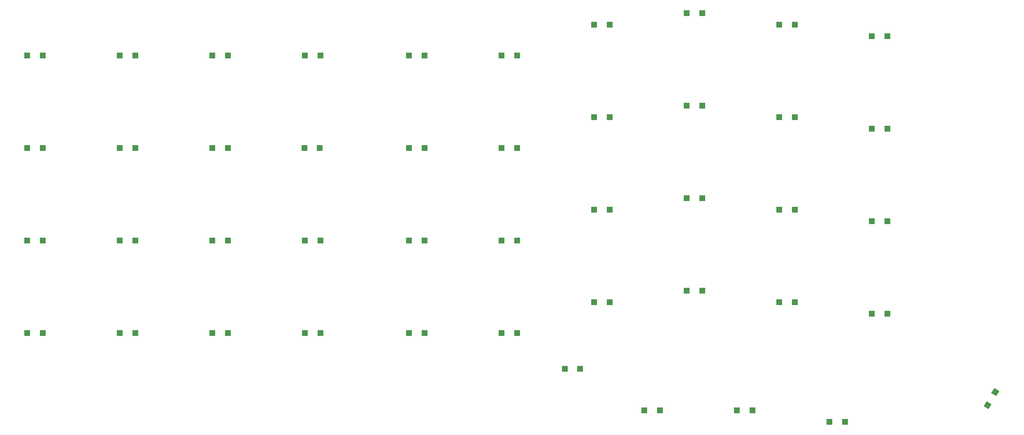
<source format=gbr>
%TF.GenerationSoftware,KiCad,Pcbnew,(5.1.9-0-10_14)*%
%TF.CreationDate,2021-09-05T14:47:07-05:00*%
%TF.ProjectId,wren-universal,7772656e-2d75-46e6-9976-657273616c2e,rev?*%
%TF.SameCoordinates,Original*%
%TF.FileFunction,Paste,Bot*%
%TF.FilePolarity,Positive*%
%FSLAX46Y46*%
G04 Gerber Fmt 4.6, Leading zero omitted, Abs format (unit mm)*
G04 Created by KiCad (PCBNEW (5.1.9-0-10_14)) date 2021-09-05 14:47:07*
%MOMM*%
%LPD*%
G01*
G04 APERTURE LIST*
%ADD10R,1.200000X1.200000*%
%ADD11C,0.100000*%
G04 APERTURE END LIST*
D10*
%TO.C,D43*%
X193205000Y-140843000D03*
X196355000Y-140843000D03*
%TD*%
%TO.C,D45*%
X157772000Y-132365750D03*
X160922000Y-132365750D03*
%TD*%
%TO.C,D44*%
X174155000Y-140843000D03*
X177305000Y-140843000D03*
%TD*%
%TO.C,D42*%
X212255000Y-143224250D03*
X215405000Y-143224250D03*
%TD*%
D11*
%TO.C,D41*%
G36*
X245005115Y-140645355D02*
G01*
X243965885Y-140045355D01*
X244565885Y-139006125D01*
X245605115Y-139606125D01*
X245005115Y-140645355D01*
G37*
G36*
X246580115Y-137917375D02*
G01*
X245540885Y-137317375D01*
X246140885Y-136278145D01*
X247180115Y-136878145D01*
X246580115Y-137917375D01*
G37*
%TD*%
D10*
%TO.C,D40*%
X47155000Y-124968000D03*
X50305000Y-124968000D03*
%TD*%
%TO.C,D39*%
X66205000Y-124968000D03*
X69355000Y-124968000D03*
%TD*%
%TO.C,D38*%
X85255000Y-124968000D03*
X88405000Y-124968000D03*
%TD*%
%TO.C,D37*%
X104305000Y-124968000D03*
X107455000Y-124968000D03*
%TD*%
%TO.C,D36*%
X125736250Y-124968000D03*
X128886250Y-124968000D03*
%TD*%
%TO.C,D35*%
X144786250Y-124968000D03*
X147936250Y-124968000D03*
%TD*%
%TO.C,D34*%
X163836250Y-118618000D03*
X166986250Y-118618000D03*
%TD*%
%TO.C,D33*%
X182886250Y-116236750D03*
X186036250Y-116236750D03*
%TD*%
%TO.C,D32*%
X201936250Y-118618000D03*
X205086250Y-118618000D03*
%TD*%
%TO.C,D31*%
X220986250Y-120999250D03*
X224136250Y-120999250D03*
%TD*%
%TO.C,D30*%
X47155000Y-105918000D03*
X50305000Y-105918000D03*
%TD*%
%TO.C,D29*%
X66205000Y-105918000D03*
X69355000Y-105918000D03*
%TD*%
%TO.C,D28*%
X85255000Y-105918000D03*
X88405000Y-105918000D03*
%TD*%
%TO.C,D27*%
X104305000Y-105918000D03*
X107455000Y-105918000D03*
%TD*%
%TO.C,D26*%
X125736250Y-105918000D03*
X128886250Y-105918000D03*
%TD*%
%TO.C,D25*%
X144786250Y-105918000D03*
X147936250Y-105918000D03*
%TD*%
%TO.C,D24*%
X163836250Y-99568000D03*
X166986250Y-99568000D03*
%TD*%
%TO.C,D23*%
X182886250Y-97186750D03*
X186036250Y-97186750D03*
%TD*%
%TO.C,D22*%
X201936250Y-99568000D03*
X205086250Y-99568000D03*
%TD*%
%TO.C,D21*%
X220986250Y-101949250D03*
X224136250Y-101949250D03*
%TD*%
%TO.C,D20*%
X47155000Y-86868000D03*
X50305000Y-86868000D03*
%TD*%
%TO.C,D19*%
X66205000Y-86868000D03*
X69355000Y-86868000D03*
%TD*%
%TO.C,D18*%
X85255000Y-86868000D03*
X88405000Y-86868000D03*
%TD*%
%TO.C,D17*%
X104178000Y-86868000D03*
X107328000Y-86868000D03*
%TD*%
%TO.C,D16*%
X125736250Y-86868000D03*
X128886250Y-86868000D03*
%TD*%
%TO.C,D15*%
X144786250Y-86868000D03*
X147936250Y-86868000D03*
%TD*%
%TO.C,D14*%
X163836250Y-80518000D03*
X166986250Y-80518000D03*
%TD*%
%TO.C,D13*%
X182886250Y-78136750D03*
X186036250Y-78136750D03*
%TD*%
%TO.C,D12*%
X201936250Y-80518000D03*
X205086250Y-80518000D03*
%TD*%
%TO.C,D11*%
X220986250Y-82899250D03*
X224136250Y-82899250D03*
%TD*%
%TO.C,D10*%
X47155000Y-67818000D03*
X50305000Y-67818000D03*
%TD*%
%TO.C,D9*%
X66205000Y-67818000D03*
X69355000Y-67818000D03*
%TD*%
%TO.C,D8*%
X85255000Y-67818000D03*
X88405000Y-67818000D03*
%TD*%
%TO.C,D7*%
X104305000Y-67818000D03*
X107455000Y-67818000D03*
%TD*%
%TO.C,D6*%
X125736250Y-67818000D03*
X128886250Y-67818000D03*
%TD*%
%TO.C,D5*%
X144786250Y-67818000D03*
X147936250Y-67818000D03*
%TD*%
%TO.C,D4*%
X163836250Y-61468000D03*
X166986250Y-61468000D03*
%TD*%
%TO.C,D3*%
X182886250Y-59086750D03*
X186036250Y-59086750D03*
%TD*%
%TO.C,D2*%
X201936250Y-61468000D03*
X205086250Y-61468000D03*
%TD*%
%TO.C,D1*%
X220986250Y-63849250D03*
X224136250Y-63849250D03*
%TD*%
M02*

</source>
